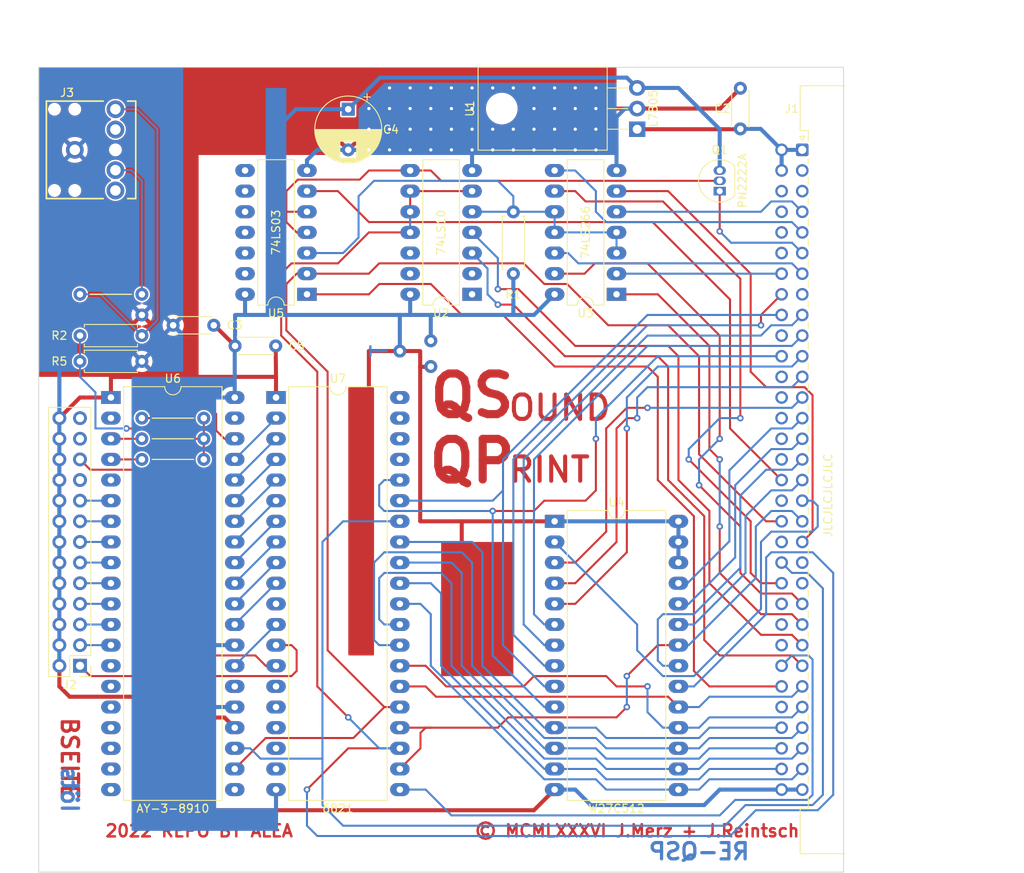
<source format=kicad_pcb>
(kicad_pcb (version 20211014) (generator pcbnew)
  (title_block (title "QSound/Qprint Interface for Sinclair QL") (company "Alvaro Alea Fdz"))
  (layers (0 "F.Cu" signal) (31 "B.Cu" signal) (34 "B.Paste" user) (35 "F.Paste" user) (36 "B.SilkS" user "B.Silkscreen") (37 "F.SilkS" user "F.Silkscreen") (38 "B.Mask" user) (39 "F.Mask" user) (44 "Edge.Cuts" user))
  (net 0 "")
  (net 1 "+9V")
  (net 2 "GND")
  (net 3 "VCC")
  (net 4 "/D3")
  (net 5 "/D4")
  (net 6 "/D5")
  (net 7 "/D6")
  (net 8 "/D7")
  (net 9 "/A19")
  (net 10 "/A18")
  (net 11 "/A17")
  (net 12 "/A16")
  (net 13 "/A14")
  (net 14 "/A13")
  (net 15 "/A12")
  (net 16 "/A11")
  (net 17 "/A10")
  (net 18 "/A9")
  (net 19 "/A8")
  (net 20 "/A7")
  (net 21 "/A6")
  (net 22 "/A5")
  (net 23 "/A4")
  (net 24 "/A3")
  (net 25 "/SP3")
  (net 26 "/VPA")
  (net 27 "/E")
  (net 28 "/RESET")
  (net 29 "/D2")
  (net 30 "/D1")
  (net 31 "/D0")
  (net 32 "/RW")
  (net 33 "/DS")
  (net 34 "/A15")
  (net 35 "/SP0")
  (net 36 "/SP1")
  (net 37 "/DSMC")
  (net 38 "/A0")
  (net 39 "/A1")
  (net 40 "/A2")
  (net 41 "/SP2")
  (net 42 "/P_Strobe")
  (net 43 "Net-(J2-Pad3)")
  (net 44 "Net-(J2-Pad5)")
  (net 45 "Net-(J2-Pad7)")
  (net 46 "Net-(J2-Pad9)")
  (net 47 "Net-(J2-Pad11)")
  (net 48 "Net-(J2-Pad13)")
  (net 49 "Net-(J2-Pad15)")
  (net 50 "Net-(J2-Pad17)")
  (net 51 "/P_Busy")
  (net 52 "Net-(Q1-Pad2)")
  (net 53 "/CS2{slash}OE")
  (net 54 "Net-(U6-Pad27)")
  (net 55 "Net-(U6-Pad29)")
  (net 56 "Net-(U6-Pad30)")
  (net 57 "Net-(U6-Pad31)")
  (net 58 "Net-(U6-Pad32)")
  (net 59 "Net-(U6-Pad33)")
  (net 60 "Net-(U6-Pad34)")
  (net 61 "Net-(U6-Pad35)")
  (net 62 "Net-(U6-Pad36)")
  (net 63 "Net-(U6-Pad37)")
  (net 64 "Net-(J3-PadS)")
  (net 91 "Net-(R2-Pad1)")
  (net 124 "Net-(J3-PadT)")
  (net 125 "Net-(R3-Pad1)")
  (net 126 "Net-(R4-Pad1)")
  (net 127 "Net-(R6-Pad1)")
  (net 128 "Net-(R1-Pad2)")
  (footprint "Package_DIP:DIP-40_W15.24mm_LongPads" (layer "F.Cu") (at 125.73 83.82)
    (fp_text reference "U7")
    (fp_text value "6821")
  )
  (footprint "Capacitor_THT:C_Disc_D4.3mm_W1.9mm_P5.00mm" (layer "F.Cu") (at 120.69 77.47)
    (fp_text reference "C5")
    (fp_text value "100n")
  )
  (footprint "Resistor_THT:R_Axial_DIN0207_L6.3mm_D2.5mm_P7.62mm_Horizontal" (layer "F.Cu") (at 109.22 79.375 180)
    (fp_text reference "R5")
    (fp_text value "1k")
  )
  (footprint "Package_TO_SOT_THT:TO-92_Inline" (layer "F.Cu") (at 180.34 58.42 90)
    (fp_text reference "Q1")
    (fp_text value "PN2222A")
  )
  (footprint "Resistor_THT:R_Axial_DIN0207_L6.3mm_D2.5mm_P7.62mm_Horizontal" (layer "F.Cu") (at 109.22 88.9)
    (fp_text reference "R4")
    (fp_text value "0")
  )
  (footprint "Resistor_THT:R_Axial_DIN0207_L6.3mm_D2.5mm_P7.62mm_Horizontal" (layer "F.Cu") (at 109.22 86.36)
    (fp_text reference "R6")
    (fp_text value "0")
  )
  (footprint "Package_DIP:DIP-14_W7.62mm_LongPads" (layer "F.Cu") (at 149.86 71.12 180)
    (fp_text reference "U2")
    (fp_text value "74LS10")
  )
  (footprint "Connector_PinHeader_2.54mm:PinHeader_2x13_P2.54mm_Vertical" (layer "F.Cu") (at 101.605 116.84 180)
    (fp_text reference "J2")
    (fp_text value "Conn_02x17_Odd_Even")
  )
  (footprint "Capacitor_THT:C_Disc_D4.3mm_W1.9mm_P5.00mm" (layer "F.Cu") (at 118.07 74.93 180)
    (fp_text reference "C3")
    (fp_text value "100n")
  )
  (footprint "Connector_PinHeader_2.54mm:PinHeader_1x01_P2.54mm_Vertical" (layer "F.Cu") (at 109.22 73.66)
    (fp_text reference "J4")
    (fp_text value "Conn_01x01_Female")
  )
  (footprint "Resistor_THT:R_Axial_DIN0207_L6.3mm_D2.5mm_P7.62mm_Horizontal" (layer "F.Cu") (at 101.6 71.12)
    (fp_text reference "R7")
    (fp_text value "0")
  )
  (footprint "Resistor_THT:R_Axial_DIN0207_L6.3mm_D2.5mm_P7.62mm_Horizontal" (layer "F.Cu") (at 101.6 76.2)
    (fp_text reference "R2")
    (fp_text value "1k")
  )
  (footprint "Resistor_THT:R_Axial_DIN0207_L6.3mm_D2.5mm_P7.62mm_Horizontal" (layer "F.Cu") (at 109.22 91.44)
    (fp_text reference "R3")
    (fp_text value "0")
  )
  (footprint "Resistor_THT:R_Axial_DIN0207_L6.3mm_D2.5mm_P7.62mm_Horizontal" (layer "F.Cu") (at 154.94 68.58 90)
    (fp_text reference "R1")
    (fp_text value "2k2")
  )
  (footprint "Package_DIP:DIP-14_W7.62mm_LongPads" (layer "F.Cu") (at 129.54 71.12 180)
    (fp_text reference "U5")
    (fp_text value "74LS03")
  )
  (footprint "8bits:AudioJack2_Ground_Switch" (layer "F.Cu") (at 100.965 53.34)
    (fp_text reference "J3")
    (fp_text value "AudioJack2_Ground_Switch" hide)
  )
  (footprint "Package_DIP:DIP-14_W7.62mm_LongPads" (layer "F.Cu") (at 167.64 71.12 180)
    (fp_text reference "U3")
    (fp_text value "74LS266")
  )
  (footprint "Capacitor_THT:C_Disc_D4.3mm_W1.9mm_P5.00mm" (layer "F.Cu") (at 182.88 50.76 90)
    (fp_text reference "C2")
    (fp_text value "100n")
  )
  (footprint "Package_TO_SOT_THT:TO-220-3_Horizontal_TabDown" (layer "F.Cu") (at 170.18 50.8 90)
    (fp_text reference "U1")
    (fp_text value "L7805")
  )
  (footprint "Package_DIP:DIP-40_W15.24mm_LongPads" (layer "F.Cu") (at 105.41 83.82)
    (fp_text reference "U6")
    (fp_text value "AY-3-8910")
  )
  (footprint "8bits:DIN41612_B_2x32_Male_Horizontal_THT" (layer "F.Cu") (at 190.5 53.34 -90)
    (fp_text reference "J1")
    (fp_text value "QL_SLOT_DIN41612_CARD")
  )
  (footprint "Capacitor_THT:CP_Radial_D8.0mm_P5.00mm" (layer "F.Cu") (at 134.62 48.34 -90)
    (fp_text reference "C4")
    (fp_text value "100uF 16V")
  )
  (footprint "Package_DIP:DIP-28_W15.24mm_LongPads" (layer "F.Cu") (at 160.02 99.06)
    (fp_text reference "U4")
    (fp_text value "W27C512")
  )
  (gr_line (start 110.49 88.9) (end 115.57 88.9) (layer "F.SilkS") (width 0.15))
  (gr_line (start 110.49 91.44) (end 115.57 91.44) (layer "F.SilkS") (width 0.15))
  (gr_line (start 102.87 71.12) (end 107.95 71.12) (layer "F.SilkS") (width 0.15))
  (gr_line (start 110.49 86.36) (end 115.57 86.36) (layer "F.SilkS") (width 0.15))
  (gr_line (start 195.58 43.18) (end 96.52 43.18) (layer "Edge.Cuts") (width 0.1))
  (gr_line (start 195.58 142.24) (end 96.52 142.24) (layer "Edge.Cuts") (width 0.1))
  (gr_line (start 195.58 43.18) (end 195.58 142.24) (layer "Edge.Cuts") (width 0.1))
  (gr_line (start 96.52 142.24) (end 96.52 43.18) (layer "Edge.Cuts") (width 0.1))
  (gr_text "© MCMLXXXVI J.Merz + J.Reintsch" (at 170.18 137.16) (layer "F.Cu") (effects (font (size 1.5 1.5) (thickness 0.3))))
  (gr_text "2022 REPO BY ALEA " (at 116.84 137.16) (layer "F.Cu") (effects (font (size 1.5 1.5) (thickness 0.3))))
  (gr_text "RINT" (at 159.385 92.71) (layer "F.Cu") (effects (font (size 3 3) (thickness 0.5))))
  (gr_text "OUND" (at 160.655 85.09) (layer "F.Cu") (effects (font (size 3 3) (thickness 0.5))))
  (gr_text "QS\nQP" (at 149.86 87.63) (layer "F.Cu") (effects (font (size 5 5) (thickness 1))))
  (gr_text "BSEITE" (at 100.33 128.27 270) (layer "F.Cu") (effects (font (size 2 2) (thickness 0.4))))
  (gr_text "Iöts" (at 100.33 132.08 -90) (layer "B.Cu") (effects (font (size 2 2) (thickness 0.4)) (justify mirror)))
  (gr_text "T" (at 138.43 78.105 90) (layer "B.Cu") (effects (font (size 2 2) (thickness 0.3)) (justify mirror)))
  (gr_text "RE-QSP" (at 177.8 139.7) (layer "B.Cu") (effects (font (size 2 2) (thickness 0.4)) (justify mirror)))
  (gr_text "JLCJLCJLCJLC" (at 193.675 95.885 90) (layer "F.SilkS") (effects (font (size 1 1))))
  (segment (start 170.18 50.8) (end 182.84 50.8) (width 0.5) (layer "F.Cu") (net 1))
  (segment (start 190.5 53.34) (end 187.96 53.34) (width 0.5) (layer "B.Cu") (net 1))
  (segment (start 187.96 55.88) (end 187.96 53.34) (width 0.5) (layer "B.Cu") (net 1))
  (segment (start 185.38 50.76) (end 187.96 53.34) (width 0.5) (layer "B.Cu") (net 1))
  (segment (start 182.88 50.76) (end 185.38 50.76) (width 0.5) (layer "B.Cu") (net 1))
  (segment (start 142.24 45.72) (end 144.78 45.72) (width 0.5) (layer "F.Cu") (net 2))
  (segment (start 111.76 71.12) (end 113.03 69.85) (width 0.5) (layer "F.Cu") (net 2))
  (segment (start 99.065 119.375) (end 99.06 119.38) (width 0.5) (layer "F.Cu") (net 2))
  (segment (start 152.4 45.72) (end 154.94 45.72) (width 0.5) (layer "F.Cu") (net 2))
  (segment (start 105.41 81.28) (end 105.41 83.82) (width 0.5) (layer "F.Cu") (net 2))
  (segment (start 182.88 45.76) (end 180.42 48.22) (width 0.5) (layer "F.Cu") (net 2))
  (segment (start 99.06 119.38) (end 100.33 120.65) (width 0.5) (layer "F.Cu") (net 2))
  (segment (start 113.07 74.93) (end 111.8 73.66) (width 0.5) (layer "F.Cu") (net 2))
  (segment (start 100.33 120.65) (end 110.49 120.65) (width 0.5) (layer "F.Cu") (net 2))
  (segment (start 139.7 45.72) (end 142.24 45.72) (width 0.5) (layer "F.Cu") (net 2))
  (segment (start 170.18 48.26) (end 180.42 48.26) (width 0.5) (layer "F.Cu") (net 2))
  (segment (start 99.065 116.84) (end 99.065 119.375) (width 0.5) (layer "F.Cu") (net 2))
  (segment (start 110.49 120.65) (end 113.05048 123.21048) (width 0.5) (layer "F.Cu") (net 2))
  (segment (start 109.22 79.375) (end 111.125 81.28) (width 0.5) (layer "F.Cu") (net 2))
  (segment (start 113.05048 123.21048) (end 119.40048 123.21048) (width 0.5) (layer "F.Cu") (net 2))
  (segment (start 147.32 45.72) (end 149.86 45.72) (width 0.5) (layer "F.Cu") (net 2))
  (segment (start 180.42 48.22) (end 180.42 48.26) (width 0.5) (layer "F.Cu") (net 2))
  (segment (start 111.76 73.66) (end 111.76 71.12) (width 0.5) (layer "F.Cu") (net 2))
  (segment (start 160.02 45.72) (end 162.56 48.26) (width 0.5) (layer "F.Cu") (net 2))
  (segment (start 149.86 45.72) (end 152.4 45.72) (width 0.5) (layer "F.Cu") (net 2))
  (segment (start 114.3 81.28) (end 125.73 81.28) (width 0.5) (layer "F.Cu") (net 2))
  (segment (start 109.22 81.28) (end 105.41 81.28) (width 0.5) (layer "F.Cu") (net 2))
  (segment (start 115.57 134.62) (end 113.03 132.08) (width 0.5) (layer "F.Cu") (net 2))
  (segment (start 111.8 73.66) (end 111.76 73.66) (width 0.5) (layer "F.Cu") (net 2))
  (segment (start 111.125 81.28) (end 113.03 81.28) (width 0.5) (layer "F.Cu") (net 2))
  (segment (start 113.03 69.85) (end 113.03 45.72) (width 0.5) (layer "F.Cu") (net 2))
  (segment (start 154.94 45.72) (end 157.48 45.72) (width 0.5) (layer "F.Cu") (net 2))
  (segment (start 160.02 132.08) (end 157.48 134.62) (width 0.5) (layer "F.Cu") (net 2))
  (segment (start 105.41 81.28) (end 110.49 81.28) (width 0.5) (layer "F.Cu") (net 2))
  (segment (start 113.03 81.28) (end 114.3 81.28) (width 0.5) (layer "F.Cu") (net 2))
  (segment (start 114.3 76.16) (end 114.3 81.28) (width 0.5) (layer "F.Cu") (net 2))
  (segment (start 144.78 45.72) (end 147.32 45.72) (width 0.5) (layer "F.Cu") (net 2))
  (segment (start 113.03 132.08) (end 113.03 123.19) (width 0.5) (layer "F.Cu") (net 2))
  (segment (start 165.1 48.26) (end 170.18 48.26) (width 0.5) (layer "F.Cu") (net 2))
  (segment (start 113.07 74.93) (end 114.3 76.16) (width 0.5) (layer "F.Cu") (net 2))
  (segment (start 125.73 81.28) (end 125.73 83.82) (width 0.5) (layer "F.Cu") (net 2))
  (segment (start 162.56 48.26) (end 165.1 48.26) (width 0.5) (layer "F.Cu") (net 2))
  (segment (start 125.73 81.28) (end 125.69 77.47) (width 0.5) (layer "F.Cu") (net 2))
  (segment (start 115.57 134.62) (end 157.48 134.62) (width 0.5) (layer "F.Cu") (net 2))
  (segment (start 113.03 45.72) (end 139.7 45.72) (width 0.5) (layer "F.Cu") (net 2))
  (segment (start 110.49 81.28) (end 111.125 81.28) (width 0.5) (layer "F.Cu") (net 2))
  (segment (start 157.48 45.72) (end 160.02 45.72) (width 0.5) (layer "F.Cu") (net 2))
  (segment (start 105.41 83.82) (end 101.6 83.82) (width 0.5) (layer "F.Cu") (net 2))
  (segment (start 101.6 83.82) (end 99.06 86.36) (width 0.5) (layer "F.Cu") (net 2))
  (segment (start 119.40048 123.21048) (end 120.65 124.46) (width 0.5) (layer "F.Cu") (net 2))
  (via (at 149.86 48.26) (size 0.8) (drill 0.4) (layers "F.Cu" "B.Cu") (net 2))
  (via (at 144.78 50.8) (size 0.8) (drill 0.4) (layers "F.Cu" "B.Cu") (net 2))
  (via (at 162.56 48.26) (size 0.8) (drill 0.4) (layers "F.Cu" "B.Cu") (net 2))
  (via (at 160.02 48.26) (size 0.8) (drill 0.4) (layers "F.Cu" "B.Cu") (net 2))
  (via (at 139.7 53.34) (size 0.8) (drill 0.4) (layers "F.Cu" "B.Cu") (net 2))
  (via (at 142.24 45.72) (size 0.8) (drill 0.4) (layers "F.Cu" "B.Cu") (net 2))
  (via (at 157.48 53.34) (size 0.8) (drill 0.4) (layers "F.Cu" "B.Cu") (net 2))
  (via (at 149.86 50.8) (size 0.8) (drill 0.4) (layers "F.Cu" "B.Cu") (net 2))
  (via (at 139.7 48.26) (size 0.8) (drill 0.4) (layers "F.Cu" "B.Cu") (net 2))
  (via (at 165.1 50.8) (size 0.8) (drill 0.4) (layers "F.Cu" "B.Cu") (net 2))
  (via (at 149.86 45.72) (size 0.8) (drill 0.4) (layers "F.Cu" "B.Cu") (net 2))
  (via (at 147.32 48.26) (size 0.8) (drill 0.4) (layers "F.Cu" "B.Cu") (net 2))
  (via (at 137.16 48.26) (size 0.8) (drill 0.4) (layers "F.Cu" "B.Cu") (net 2))
  (via (at 144.78 53.34) (size 0.8) (drill 0.4) (layers "F.Cu" "B.Cu") (net 2))
  (via (at 165.1 45.72) (size 0.8) (drill 0.4) (layers "F.Cu" "B.Cu") (net 2))
  (via (at 154.94 53.34) (size 0.8) (drill 0.4) (layers "F.Cu" "B.Cu") (net 2))
  (via (at 147.32 53.34) (size 0.8) (drill 0.4) (layers "F.Cu" "B.Cu") (net 2))
  (via (at 160.02 45.72) (size 0.8) (drill 0.4) (layers "F.Cu" "B.Cu") (net 2))
  (via (at 139.7 45.72) (size 0.8) (drill 0.4) (layers "F.Cu" "B.Cu") (net 2))
  (via (at 152.4 50.8) (size 0.8) (drill 0.4) (layers "F.Cu" "B.Cu") (net 2))
  (via (at 162.56 50.8) (size 0.8) (drill 0.4) (layers "F.Cu" "B.Cu") (net 2))
  (via (at 157.48 50.8) (size 0.8) (drill 0.4) (layers "F.Cu" "B.Cu") (net 2))
  (via (at 162.56 45.72) (size 0.8) (drill 0.4) (layers "F.Cu" "B.Cu") (net 2))
  (via (at 137.16 50.8) (size 0.8) (drill 0.4) (layers "F.Cu" "B.Cu") (net 2))
  (via (at 154.94 50.8) (size 0.8) (drill 0.4) (layers "F.Cu" "B.Cu") (net 2))
  (via (at 154.94 45.72) (size 0.8) (drill 0.4) (layers "F.Cu" "B.Cu") (net 2))
  (via (at 157.48 48.26) (size 0.8) (drill 0.4) (layers "F.Cu" "B.Cu") (net 2))
  (via (at 144.78 48.26) (size 0.8) (drill 0.4) (layers "F.Cu" "B.Cu") (net 2))
  (via (at 157.48 45.72) (size 0.8) (drill 0.4) (layers "F.Cu" "B.Cu") (net 2))
  (via (at 152.4 45.72) (size 0.8) (drill 0.4) (layers "F.Cu" "B.Cu") (net 2))
  (via (at 160.02 53.34) (size 0.8) (drill 0.4) (layers "F.Cu" "B.Cu") (net 2))
  (via (at 160.02 50.8) (size 0.8) (drill 0.4) (layers "F.Cu" "B.Cu") (net 2))
  (via (at 142.24 53.34) (size 0.8) (drill 0.4) (layers "F.Cu" "B.Cu") (net 2))
  (via (at 147.32 50.8) (size 0.8) (drill 0.4) (layers "F.Cu" "B.Cu") (net 2))
  (via (at 144.78 45.72) (size 0.8) (drill 0.4) (layers "F.Cu" "B.Cu") (net 2))
  (via (at 165.1 53.34) (size 0.8) (drill 0.4) (layers "F.Cu" "B.Cu") (net 2))
  (via (at 139.7 50.8) (size 0.8) (drill 0.4) (layers "F.Cu" "B.Cu") (net 2))
  (via (at 165.1 48.26) (size 0.8) (drill 0.4) (layers "F.Cu" "B.Cu") (net 2))
  (via (at 147.32 45.72) (size 0.8) (drill 0.4) (layers "F.Cu" "B.Cu") (net 2))
  (via (at 152.4 53.34) (size 0.8) (drill 0.4) (layers "F.Cu" "B.Cu") (net 2))
  (via (at 142.24 50.8) (size 0.8) (drill 0.4) (layers "F.Cu" "B.Cu") (net 2))
  (via (at 137.16 53.34) (size 0.8) (drill 0.4) (layers "F.Cu" "B.Cu") (net 2))
  (via (at 142.24 48.26) (size 0.8) (drill 0.4) (layers "F.Cu" "B.Cu") (net 2))
  (via (at 162.56 53.34) (size 0.8) (drill 0.4) (layers "F.Cu" "B.Cu") (net 2))
  (via (at 149.86 53.34) (size 0.8) (drill 0.4) (layers "F.Cu" "B.Cu") (net 2))
  (segment (start 99.06 56.515) (end 99.695 57.15) (width 0.5) (layer "B.Cu") (net 2))
  (segment (start 100.33 74.295) (end 99.065 73.03) (width 0.5) (layer "B.Cu") (net 2))
  (segment (start 99.065 86.36) (end 99.065 73.03) (width 0.5) (layer "B.Cu") (net 2))
  (segment (start 99.06 55.245) (end 99.06 56.515) (width 0.5) (layer "B.Cu") (net 2))
  (segment (start 167.64 53.34) (end 165.1 53.34) (width 0.5) (layer "B.Cu") (net 2))
  (segment (start 190.5 132.08) (end 187.96 132.08) (width 0.5) (layer "B.Cu") (net 2))
  (segment (start 170.18 48.26) (end 168.68 48.26) (width 0.5) (layer "B.Cu") (net 2))
  (segment (start 167.64 55.88) (end 167.64 53.975) (width 0.5) (layer "B.Cu") (net 2))
  (segment (start 165.1 53.34) (end 162.56 53.34) (width 0.5) (layer "B.Cu") (net 2))
  (segment (start 99.695 69.85) (end 99.065 70.48) (width 0.5) (layer "B.Cu") (net 2))
  (segment (start 178.435 133.985) (end 180.34 132.08) (width 0.5) (layer "B.Cu") (net 2))
  (segment (start 162.56 53.34) (end 160.02 53.34) (width 0.5) (layer "B.Cu") (net 2))
  (segment (start 99.06 86.36) (end 99.06 116.84) (width 0.5) (layer "B.Cu") (net 2))
  (segment (start 109.22 79.375) (end 104.14 74.295) (width 0.5) (layer "B.Cu") (net 2))
  (segment (start 167.64 53.975) (end 167.64 53.34) (width 0.5) (layer "B.Cu") (net 2))
  (segment (start 162.56 132.08) (end 164.465 133.985) (width 0.5) (layer "B.Cu") (net 2))
  (segment (start 180.34 132.08) (end 187.96 132.08) (width 0.5) (layer "B.Cu") (net 2))
  (segment (start 149.86 55.88) (end 149.86 53.34) (width 0.5) (layer "B.Cu") (net 2))
  (segment (start 160.02 132.08) (end 162.56 132.08) (width 0.5) (layer "B.Cu") (net 2))
  (segment (start 142.24 53.34) (end 139.7 53.34) (width 0.5) (layer "B.Cu") (net 2))
  (segment (start 152.4 53.34) (end 147.32 53.34) (width 0.5) (layer "B.Cu") (net 2))
  (segment (start 129.54 55.88) (end 129.54 54.61) (width 0.5) (layer "B.Cu") (net 2))
  (segment (start 129.54 54.61) (end 130.81 53.34) (width 0.5) (layer "B.Cu") (net 2))
  (segment (start 100.965 53.34) (end 99.06 55.245) (width 0.5) (layer "B.Cu") (net 2))
  (segment (start 160.02 53.34) (end 157.48 53.34) (width 0.5) (layer "B.Cu") (net 2))
  (segment (start 99.065 70.48) (end 99.065 73.03) (width 0.5) (layer "B.Cu") (net 2))
  (segment (start 147.32 53.34) (end 144.78 53.34) (width 0.5) (layer "B.Cu") (net 2))
  (segment (start 104.14 74.295) (end 100.33 74.295) (width 0.5) (layer "B.Cu") (net 2))
  (segment (start 164.465 133.985) (end 178.435 133.985) (width 0.5) (layer "B.Cu") (net 2))
  (segment (start 157.48 53.34) (end 154.94 53.34) (width 0.5) (layer "B.Cu") (net 2))
  (segment (start 137.16 53.34) (end 134.62 53.34) (width 0.5) (layer "B.Cu") (net 2))
  (segment (start 130.81 53.34) (end 134.62 53.34) (width 0.5) (layer "B.Cu") (net 2))
  (segment (start 139.7 53.34) (end 137.16 53.34) (width 0.5) (layer "B.Cu") (net 2))
  (segment (start 167.64 49.3) (end 167.64 53.975) (width 0.5) (layer "B.Cu") (net 2))
  (segment (start 154.94 53.34) (end 152.4 53.34) (width 0.5) (layer "B.Cu") (net 2))
  (segment (start 168.68 48.26) (end 167.64 49.3) (width 0.5) (layer "B.Cu") (net 2))
  (segment (start 144.78 53.34) (end 142.24 53.34) (width 0.5) (layer "B.Cu") (net 2))
  (segment (start 99.695 57.15) (end 99.695 69.85) (width 0.5) (layer "B.Cu") (net 2))
  (segment (start 137.16 78.105) (end 137.16 83.185) (width 0.5) (layer "F.Cu") (net 3))
  (segment (start 143.473813 80.046187) (end 144.743813 80.046187) (width 0.5) (layer "F.Cu") (net 3))
  (segment (start 143.473813 80.046187) (end 143.473813 78.141187) (width 0.5) (layer "F.Cu") (net 3))
  (segment (start 143.51 99.06) (end 160.02 99.06) (width 0.5) (layer "F.Cu") (net 3))
  (segment (start 140.97 78.105) (end 143.437626 78.105) (width 0.5) (layer "F.Cu") (net 3))
  (segment (start 140.97 78.105) (end 137.16 78.105) (width 0.5) (layer "F.Cu") (net 3))
  (segment (start 143.51 99.06) (end 143.473813 99.023813) (width 0.5) (layer "F.Cu") (net 3))
  (segment (start 118.15 74.93) (end 120.69 77.47) (width 0.5) (layer "F.Cu") (net 3))
  (segment (start 144.743813 80.046187) (end 144.78 80.01) (width 0.5) (layer "F.Cu") (net 3))
  (segment (start 143.473813 99.023813) (end 143.473813 80.046187) (width 0.5) (layer "F.Cu") (net 3))
  (segment (start 143.437626 78.105) (end 143.473813 78.141187) (width 0.5) (layer "F.Cu") (net 3))
  (segment (start 148.59 99.06) (end 148.59 102.87) (width 0.5) (layer "F.Cu") (net 3))
  (via (at 144.78 80.01) (size 1.6) (drill 0.8) (layers "F.Cu" "B.Cu") (net 3))
  (via (at 140.97 78.105) (size 1.6) (drill 0.8) (layers "F.Cu" "B.Cu") (net 3))
  (via (at 144.78 76.835) (size 1.6) (drill 0.8) (layers "F.Cu" "B.Cu") (net 3))
  (segment (start 124.46 73.66) (end 125.73 73.66) (width 0.5) (layer "B.Cu") (net 3))
  (segment (start 180.34 50.8) (end 175.26 45.72) (width 0.5) (layer "B.Cu") (net 3))
  (segment (start 175.26 99.06) (end 160.02 99.06) (width 0.5) (layer "B.Cu") (net 3))
  (segment (start 168.91 44.45) (end 138.51 44.45) (width 0.5) (layer "B.Cu") (net 3))
  (segment (start 138.51 44.45) (end 134.62 48.34) (width 0.5) (layer "B.Cu") (net 3))
  (segment (start 170.18 45.72) (end 168.91 44.45) (width 0.5) (layer "B.Cu") (net 3))
  (segment (start 144.78 73.66) (end 144.78 76.835) (width 0.5) (layer "B.Cu") (net 3))
  (segment (start 134.62 48.34) (end 128.19 48.34) (width 0.5) (layer "B.Cu") (net 3))
  (segment (start 121.92 71.12) (end 121.92 73.66) (width 0.5) (layer "B.Cu") (net 3))
  (segment (start 118.11 134.62) (end 125.73 134.62) (width 0.5) (layer "B.Cu") (net 3))
  (segment (start 154.94 73.66) (end 157.48 73.66) (width 0.5) (layer "B.Cu") (net 3))
  (segment (start 118.11 114.3) (end 118.11 121.92) (width 0.5) (layer "B.Cu") (net 3))
  (segment (start 120.65 83.82) (end 118.11 83.82) (width 0.5) (layer "B.Cu") (net 3))
  (segment (start 180.34 55.88) (end 180.34 50.8) (width 0.5) (layer "B.Cu") (net 3))
  (segment (start 120.69 73.7) (end 120.73 73.66) (width 0.5) (layer "B.Cu") (net 3))
  (segment (start 144.78 73.66) (end 154.94 73.66) (width 0.5) (layer "B.Cu") (net 3))
  (segment (start 125.73 73.66) (end 140.97 73.66) (width 0.5) (layer "B.Cu") (net 3))
  (segment (start 140.97 73.66) (end 142.24 73.66) (width 0.5) (layer "B.Cu") (net 3))
  (segment (start 142.24 71.12) (end 142.24 73.66) (width 0.5) (layer "B.Cu") (net 3))
  (segment (start 125.73 50.8) (end 125.73 73.66) (width 0.5) (layer "B.Cu") (net 3))
  (segment (start 157.48 73.66) (end 160.02 71.12) (width 0.5) (layer "B.Cu") (net 3))
  (segment (start 118.11 114.3) (end 120.65 114.3) (width 0.5) (layer "B.Cu") (net 3))
  (segment (start 118.11 83.82) (end 118.11 114.3) (width 0.5) (layer "B.Cu") (net 3))
  (segment (start 128.19 48.34) (end 125.73 50.8) (width 0.5) (layer "B.Cu") (net 3))
  (segment (start 120.65 83.82) (end 120.65 77.51) (width 0.5) (layer "B.Cu") (net 3))
  (segment (start 175.26 45.72) (end 170.18 45.72) (width 0.5) (layer "B.Cu") (net 3))
  (segment (start 175.26 104.14) (end 175.26 101.6) (width 0.5) (layer "B.Cu") (net 3))
  (segment (start 121.92 73.66) (end 124.46 73.66) (width 0.5) (layer "B.Cu") (net 3))
  (segment (start 142.24 73.66) (end 144.78 73.66) (width 0.5) (layer "B.Cu") (net 3))
  (segment (start 120.73 73.66) (end 121.92 73.66) (width 0.5) (layer "B.Cu") (net 3))
  (segment (start 120.69 77.47) (end 120.69 73.7) (width 0.5) (layer "B.Cu") (net 3))
  (segment (start 140.97 73.66) (end 140.97 78.105) (width 0.5) (layer "B.Cu") (net 3))
  (segment (start 125.73 134.62) (end 125.73 132.08) (width 0.5) (layer "B.Cu") (net 3))
  (segment (start 154.94 68.58) (end 154.94 73.66) (width 0.5) (layer "B.Cu") (net 3))
  (segment (start 175.26 101.6) (end 175.26 99.06) (width 0.5) (layer "B.Cu") (net 3))
  (segment (start 118.11 121.92) (end 120.65 121.92) (width 0.5) (layer "B.Cu") (net 3))
  (segment (start 118.11 121.92) (end 118.11 134.62) (width 0.5) (layer "B.Cu") (net 3))
  (segment (start 189.23 130.81) (end 179.07 130.81) (width 0.25) (layer "B.Cu") (net 4))
  (segment (start 143.51 109.22) (end 140.97 109.22) (width 0.25) (layer "B.Cu") (net 4))
  (segment (start 144.78 110.49) (end 143.51 109.22) (width 0.25) (layer "B.Cu") (net 4))
  (segment (start 165.1 130.81) (end 158.75 130.81) (width 0.25) (layer "B.Cu") (net 4))
  (segment (start 144.78 116.84) (end 144.78 110.49) (width 0.25) (layer "B.Cu") (net 4))
  (segment (start 175.26 132.08) (end 166.37 132.08) (width 0.25) (layer "B.Cu") (net 4))
  (segment (start 158.75 130.81) (end 144.78 116.84) (width 0.25) (layer "B.Cu") (net 4))
  (segment (start 166.37 132.08) (end 165.1 130.81) (width 0.25) (layer "B.Cu") (net 4))
  (segment (start 177.8 132.08) (end 175.26 132.08) (width 0.25) (layer "B.Cu") (net 4))
  (segment (start 190.5 129.54) (end 189.23 130.81) (width 0.25) (layer "B.Cu") (net 4))
  (segment (start 179.07 130.81) (end 177.8 132.08) (width 0.25) (layer "B.Cu") (net 4))
  (segment (start 175.26 129.54) (end 177.8 129.54) (width 0.25) (layer "B.Cu") (net 5))
  (segment (start 177.8 129.54) (end 179.07 128.27) (width 0.25) (layer "B.Cu") (net 5))
  (segment (start 189.23 128.27) (end 179.07 128.27) (width 0.25) (layer "B.Cu") (net 5))
  (segment (start 138.43 106.045) (end 138.43 111.125) (width 0.25) (layer "B.Cu") (net 5))
  (segment (start 175.26 129.54) (end 166.37 129.54) (width 0.25) (layer "B.Cu") (net 5))
  (segment (start 190.5 127) (end 189.23 128.27) (width 0.25) (layer "B.Cu") (net 5))
  (segment (start 158.75 128.27) (end 147.32 116.84) (width 0.25) (layer "B.Cu") (net 5))
  (segment (start 165.1 128.27) (end 158.75 128.27) (width 0.25) (layer "B.Cu") (net 5))
  (segment (start 147.32 106.68) (end 146.05 105.41) (width 0.25) (layer "B.Cu") (net 5))
  (segment (start 147.32 116.84) (end 147.32 106.68) (width 0.25) (layer "B.Cu") (net 5))
  (segment (start 138.43 111.125) (end 139.065 111.76) (width 0.25) (layer "B.Cu") (net 5))
  (segment (start 139.065 105.41) (end 138.43 106.045) (width 0.25) (layer "B.Cu") (net 5))
  (segment (start 146.05 105.41) (end 139.065 105.41) (width 0.25) (layer "B.Cu") (net 5))
  (segment (start 139.065 111.76) (end 140.97 111.76) (width 0.25) (layer "B.Cu") (net 5))
  (segment (start 166.37 129.54) (end 165.1 128.27) (width 0.25) (layer "B.Cu") (net 5))
  (segment (start 137.795 104.14) (end 137.795 113.665) (width 0.25) (layer "B.Cu") (net 6))
  (segment (start 190.5 124.46) (end 189.23 125.73) (width 0.25) (layer "B.Cu") (net 6))
  (segment (start 138.43 114.3) (end 140.97 114.3) (width 0.25) (layer "B.Cu") (net 6))
  (segment (start 165.1 125.73) (end 158.75 125.73) (width 0.25) (layer "B.Cu") (net 6))
  (segment (start 148.59 102.87) (end 139.065 102.87) (width 0.25) (layer "B.Cu") (net 6))
  (segment (start 137.795 113.665) (end 138.43 114.3) (width 0.25) (layer "B.Cu") (net 6))
  (segment (start 149.86 116.84) (end 149.86 104.14) (width 0.25) (layer "B.Cu") (net 6))
  (segment (start 179.07 125.73) (end 177.8 127) (width 0.25) (layer "B.Cu") (net 6))
  (segment (start 189.23 125.73) (end 179.07 125.73) (width 0.25) (layer "B.Cu") (net 6))
  (segment (start 158.75 125.73) (end 149.86 116.84) (width 0.25) (layer "B.Cu") (net 6))
  (segment (start 139.065 102.87) (end 137.795 104.14) (width 0.25) (layer "B.Cu") (net 6))
  (segment (start 166.37 127) (end 165.1 125.73) (width 0.25) (layer "B.Cu") (net 6))
  (segment (start 177.8 127) (end 175.26 127) (width 0.25) (layer "B.Cu") (net 6))
  (segment (start 175.26 127) (end 166.37 127) (width 0.25) (layer "B.Cu") (net 6))
  (segment (start 149.86 104.14) (end 148.59 102.87) (width 0.25) (layer "B.Cu") (net 6))
  (segment (start 156.21 119.38) (end 157.48 118.11) (width 0.25) (layer "F.Cu") (net 7))
  (segment (start 140.97 116.84) (end 144.145 116.84) (width 0.25) (layer "F.Cu") (net 7))
  (segment (start 157.48 118.11) (end 166.37 118.11) (width 0.25) (layer "F.Cu") (net 7))
  (segment (start 144.145 116.84) (end 146.685 119.38) (width 0.25) (layer "F.Cu") (net 7))
  (segment (start 166.37 118.11) (end 167.64 119.38) (width 0.25) (layer "F.Cu") (net 7))
  (segment (start 146.685 119.38) (end 156.21 119.38) (width 0.25) (layer "F.Cu") (net 7))
  (segment (start 167.64 119.38) (end 171.45 119.38) (width 0.25) (layer "F.Cu") (net 7))
  (via (at 171.45 119.38) (size 0.8) (drill 0.4) (layers "F.Cu" "B.Cu") (net 7))
  (segment (start 190.5 121.92) (end 189.23 123.19) (width 0.25) (layer "B.Cu") (net 7))
  (segment (start 171.45 119.38) (end 171.45 122.555) (width 0.25) (layer "B.Cu") (net 7))
  (segment (start 171.45 122.555) (end 173.355 124.46) (width 0.25) (layer "B.Cu") (net 7))
  (segment (start 173.355 124.46) (end 175.26 124.46) (width 0.25) (layer "B.Cu") (net 7))
  (segment (start 177.8 124.46) (end 175.26 124.46) (width 0.25) (layer "B.Cu") (net 7))
  (segment (start 179.07 123.19) (end 177.8 124.46) (width 0.25) (layer "B.Cu") (net 7))
  (segment (start 189.23 123.19) (end 179.07 123.19) (width 0.25) (layer "B.Cu") (net 7))
  (segment (start 140.97 119.38) (end 144.145 119.38) (width 0.25) (layer "F.Cu") (net 8))
  (segment (start 144.145 119.38) (end 145.415 120.65) (width 0.25) (layer "F.Cu") (net 8))
  (segment (start 173.99 120.65) (end 175.26 121.92) (width 0.25) (layer "F.Cu") (net 8))
  (segment (start 145.415 120.65) (end 173.99 120.65) (width 0.25) (layer "F.Cu") (net 8))
  (segment (start 189.23 120.65) (end 190.5 119.38) (width 0.25) (layer "B.Cu") (net 8))
  (segment (start 175.26 121.92) (end 177.8 121.92) (width 0.25) (layer "B.Cu") (net 8))
  (segment (start 179.07 120.65) (end 189.23 120.65) (width 0.25) (layer "B.Cu") (net 8))
  (segment (start 177.8 121.92) (end 179.07 120.65) (width 0.25) (layer "B.Cu") (net 8))
  (segment (start 161.29 78.74) (end 172.72 78.74) (width 0.25) (layer "F.Cu") (net 9))
  (segment (start 178.435 113.665) (end 180.34 115.57) (width 0.25) (layer "F.Cu") (net 9))
  (segment (start 172.72 78.74) (end 173.99 80.01) (width 0.25) (layer "F.Cu") (net 9))
  (segment (start 189.23 115.57) (end 190.5 116.84) (width 0.25) (layer "F.Cu") (net 9))
  (segment (start 173.99 80.01) (end 173.99 93.98) (width 0.25) (layer "F.Cu") (net 9))
  (segment (start 178.435 98.425) (end 178.435 113.665) (width 0.25) (layer "F.Cu") (net 9))
  (segment (start 153.035 72.39) (end 154.94 72.39) (width 0.25) (layer "F.Cu") (net 9))
  (segment (start 154.94 72.39) (end 161.29 78.74) (width 0.25) (layer "F.Cu") (net 9))
  (segment (start 173.99 93.98) (end 178.435 98.425) (width 0.25) (layer "F.Cu") (net 9))
  (segment (start 180.34 115.57) (end 189.23 115.57) (width 0.25) (layer "F.Cu") (net 9))
  (via (at 153.035 72.39) (size 0.8) (drill 0.4) (layers "F.Cu" "B.Cu") (net 9))
  (segment (start 151.765 71.12) (end 153.035 72.39) (width 0.25) (layer "B.Cu") (net 9))
  (segment (start 151.765 67.945) (end 151.765 71.12) (width 0.25) (layer "B.Cu") (net 9))
  (segment (start 149.86 66.04) (end 151.765 67.945) (width 0.25) (layer "B.Cu") (net 9))
  (segment (start 189.23 113.03) (end 190.5 114.3) (width 0.25) (layer "F.Cu") (net 10))
  (segment (start 155.575 70.485) (end 162.56 77.47) (width 0.25) (layer "F.Cu") (net 10))
  (segment (start 179.07 97.79) (end 179.07 106.68) (width 0.25) (layer "F.Cu") (net 10))
  (segment (start 175.26 78.74) (end 175.26 93.98) (width 0.25) (layer "F.Cu") (net 10))
  (segment (start 179.07 106.68) (end 185.42 113.03) (width 0.25) (layer "F.Cu") (net 10))
  (segment (start 162.56 77.47) (end 173.99 77.47) (width 0.25) (layer "F.Cu") (net 10))
  (segment (start 175.26 93.98) (end 179.07 97.79) (width 0.25) (layer "F.Cu") (net 10))
  (segment (start 173.99 77.47) (end 175.26 78.74) (width 0.25) (layer "F.Cu") (net 10))
  (segment (start 185.42 113.03) (end 189.23 113.03) (width 0.25) (layer "F.Cu") (net 10))
  (segment (start 153.035 70.485) (end 155.575 70.485) (width 0.25) (layer "F.Cu") (net 10))
  (via (at 153.035 70.485) (size 0.8) (drill 0.4) (layers "F.Cu" "B.Cu") (net 10))
  (segment (start 153.035 70.485) (end 153.035 66.675) (width 0.25) (layer "B.Cu") (net 10))
  (segment (start 153.035 66.675) (end 149.86 63.5) (width 0.25) (layer "B.Cu") (net 10))
  (segment (start 180.34 91.44) (end 179.07 90.17) (width 0.25) (layer "F.Cu") (net 11))
  (segment (start 180.34 99.695) (end 180.34 105.41) (width 0.25) (layer "F.Cu") (net 11))
  (segment (start 185.42 110.49) (end 189.23 110.49) (width 0.25) (layer "F.Cu") (net 11))
  (segment (start 180.34 105.41) (end 185.42 110.49) (width 0.25) (layer "F.Cu") (net 11))
  (segment (start 189.23 110.49) (end 190.5 111.76) (width 0.25) (layer "F.Cu") (net 11))
  (segment (start 179.07 77.47) (end 172.72 71.12) (width 0.25) (layer "F.Cu") (net 11))
  (segment (start 172.72 71.12) (end 167.64 71.12) (width 0.25) (layer "F.Cu") (net 11))
  (segment (start 179.07 90.17) (end 179.07 77.47) (width 0.25) (layer "F.Cu") (net 11))
  (via (at 180.34 99.695) (size 0.8) (drill 0.4) (layers "F.Cu" "B.Cu") (net 11))
  (via (at 180.34 91.44) (size 0.8) (drill 0.4) (layers "F.Cu" "B.Cu") (net 11))
  (segment (start 180.34 91.44) (end 180.34 99.695) (width 0.25) (layer "B.Cu") (net 11))
  (segment (start 177.8 94.615) (end 182.88 99.695) (width 0.25) (layer "F.Cu") (net 12))
  (segment (start 185.42 107.95) (end 189.23 107.95) (width 0.25) (layer "F.Cu") (net 12))
  (segment (start 180.34 76.2) (end 171.45 67.31) (width 0.25) (layer "F.Cu") (net 12))
  (segment (start 163.703 68.58) (end 160.02 68.58) (width 0.25) (layer "F.Cu") (net 12))
  (segment (start 182.88 99.695) (end 182.88 105.41) (width 0.25) (layer "F.Cu") (net 12))
  (segment (start 180.34 88.9) (end 180.34 76.2) (width 0.25) (layer "F.Cu") (net 12))
  (segment (start 164.973 67.31) (end 163.703 68.58) (width 0.25) (layer "F.Cu") (net 12))
  (segment (start 189.23 107.95) (end 190.5 109.22) (width 0.25) (layer "F.Cu") (net 12))
  (segment (start 182.88 105.41) (end 185.42 107.95) (width 0.25) (layer "F.Cu") (net 12))
  (segment (start 171.45 67.31) (end 164.973 67.31) (width 0.25) (layer "F.Cu") (net 12))
  (via (at 180.34 88.9) (size 0.8) (drill 0.4) (layers "F.Cu" "B.Cu") (net 12))
  (via (at 177.8 94.615) (size 0.8) (drill 0.4) (layers "F.Cu" "B.Cu") (net 12))
  (segment (start 177.8 91.44) (end 177.8 94.615) (width 0.25) (layer "B.Cu") (net 12))
  (segment (start 180.34 88.9) (end 177.8 91.44) (width 0.25) (layer "B.Cu") (net 12))
  (segment (start 173.99 58.42) (end 167.64 58.42) (width 0.25) (layer "F.Cu") (net 13))
  (segment (start 191.77 83.535056) (end 190.784944 82.55) (width 0.25) (layer "F.Cu") (net 13))
  (segment (start 191.77 100.33) (end 191.77 83.535056) (width 0.25) (layer "F.Cu") (net 13))
  (segment (start 190.5 101.6) (end 191.77 100.33) (width 0.25) (layer "F.Cu") (net 13))
  (segment (start 184.15 80.645) (end 184.15 68.58) (width 0.25) (layer "F.Cu") (net 13))
  (segment (start 190.784944 82.55) (end 186.055 82.55) (width 0.25) (layer "F.Cu") (net 13))
  (segment (start 184.15 68.58) (end 173.99 58.42) (width 0.25) (layer "F.Cu") (net 13))
  (segment (start 186.055 82.55) (end 184.15 80.645) (width 0.25) (layer "F.Cu") (net 13))
  (segment (start 168.91 121.92) (end 167.64 123.19) (width 0.25) (layer "F.Cu") (net 14))
  (segment (start 140.97 124.46) (end 144.78 124.46) (width 0.25) (layer "F.Cu") (net 14))
  (segment (start 172.72 114.3) (end 168.91 118.11) (width 0.25) (layer "F.Cu") (net 14))
  (segment (start 153.035 124.46) (end 144.78 124.46) (width 0.25) (layer "F.Cu") (net 14))
  (segment (start 143.51 127) (end 143.51 125.095) (width 0.25) (layer "F.Cu") (net 14))
  (segment (start 167.64 123.19) (end 154.305 123.19) (width 0.25) (layer "F.Cu") (net 14))
  (segment (start 140.97 129.54) (end 143.51 127) (width 0.25) (layer "F.Cu") (net 14))
  (segment (start 143.51 125.095) (end 144.145 124.46) (width 0.25) (layer "F.Cu") (net 14))
  (segment (start 144.78 124.46) (end 144.145 124.46) (width 0.25) (layer "F.Cu") (net 14))
  (segment (start 154.305 123.19) (end 153.035 124.46) (width 0.25) (layer "F.Cu") (net 14))
  (segment (start 175.26 114.3) (end 172.72 114.3) (width 0.25) (layer "F.Cu") (net 14))
  (via (at 168.91 118.11) (size 0.8) (drill 0.4) (layers "F.Cu" "B.Cu") (net 14))
  (via (at 168.91 121.92) (size 0.8) (drill 0.4) (layers "F.Cu" "B.Cu") (net 14))
  (segment (start 190.5 99.06) (end 189.23 97.79) (width 0.25) (layer "B.Cu") (net 14))
  (segment (start 168.91 118.11) (end 168.91 121.92) (width 0.25) (layer "B.Cu") (net 14))
  (segment (start 189.23 97.79) (end 186.69 97.79) (width 0.25) (layer "B.Cu") (net 14))
  (segment (start 186.69 97.79) (end 184.785 99.695) (width 0.25) (layer "B.Cu") (net 14))
  (segment (start 175.26 114.3) (end 176.53 114.3) (width 0.25) (layer "B.Cu") (net 14))
  (segment (start 176.53 114.3) (end 184.785 106.045) (width 0.25) (layer "B.Cu") (net 14))
  (segment (start 184.785 106.045) (end 184.785 99.695) (width 0.25) (layer "B.Cu") (net 14))
  (segment (start 186.69 100.33) (end 191.77 100.33) (width 0.25) (layer "B.Cu") (net 15))
  (segment (start 191.77 100.33) (end 192.405 99.695) (width 0.25) (layer "B.Cu") (net 15))
  (segment (start 170.18 111.76) (end 170.18 114.935) (width 0.25) (layer "B.Cu") (net 15))
  (segment (start 191.77 96.52) (end 190.5 96.52) (width 0.25) (layer "B.Cu") (net 15))
  (segment (start 170.18 114.935) (end 173.355 118.11) (width 0.25) (layer "B.Cu") (net 15))
  (segment (start 192.405 97.155) (end 191.77 96.52) (width 0.25) (layer "B.Cu") (net 15))
  (segment (start 186.69 100.33) (end 185.42 101.6) (width 0.25) (layer "B.Cu") (net 15))
  (segment (start 185.42 101.6) (end 185.42 109.855) (width 0.25) (layer "B.Cu") (net 15))
  (segment (start 160.02 101.6) (end 170.18 111.76) (width 0.25) (layer "B.Cu") (net 15))
  (segment (start 192.405 99.695) (end 192.405 97.155) (width 0.25) (layer "B.Cu") (net 15))
  (segment (start 177.165 118.11) (end 185.42 109.855) (width 0.25) (layer "B.Cu") (net 15))
  (segment (start 173.355 118.11) (end 177.165 118.11) (width 0.25) (layer "B.Cu") (net 15))
  (segment (start 189.23 95.25) (end 190.5 93.98) (width 0.25) (layer "B.Cu") (net 16))
  (segment (start 186.69 95.25) (end 189.23 95.25) (width 0.25) (layer "B.Cu") (net 16))
  (segment (start 183.515 105.41) (end 183.515 98.425) (width 0.25) (layer "B.Cu") (net 16))
  (segment (start 183.515 98.425) (end 186.69 95.25) (width 0.25) (layer "B.Cu") (net 16))
  (segment (start 177.165 111.76) (end 183.515 105.41) (width 0.25) (layer "B.Cu") (net 16))
  (segment (start 175.26 111.76) (end 177.165 111.76) (width 0.25) (layer "B.Cu") (net 16))
  (segment (start 182.88 95.885) (end 186.055 92.71) (width 0.25) (layer "B.Cu") (net 17))
  (segment (start 172.72 111.125) (end 173.355 110.49) (width 0.25) (layer "B.Cu") (net 17))
  (segment (start 182.88 104.775) (end 182.88 95.885) (width 0.25) (layer "B.Cu") (net 17))
  (segment (start 189.23 92.71) (end 190.5 91.44) (width 0.25) (layer "B.Cu") (net 17))
  (segment (start 175.26 116.84) (end 173.355 116.84) (width 0.25) (layer "B.Cu") (net 17))
  (segment (start 177.165 110.49) (end 182.88 104.775) (width 0.25) (layer "B.Cu") (net 17))
  (segment (start 172.72 116.205) (end 172.72 111.125) (width 0.25) (layer "B.Cu") (net 17))
  (segment (start 186.055 92.71) (end 189.23 92.71) (width 0.25) (layer "B.Cu") (net 17))
  (segment (start 173.355 110.49) (end 177.165 110.49) (width 0.25) (layer "B.Cu") (net 17))
  (segment (start 173.355 116.84) (end 172.72 116.205) (width 0.25) (layer "B.Cu") (net 17))
  (segment (start 182.245 94.615) (end 186.69 90.17) (width 0.25) (layer "B.Cu") (net 18))
  (segment (start 189.23 90.17) (end 190.5 88.9) (width 0.25) (layer "B.Cu") (net 18))
  (segment (start 175.26 109.22) (end 176.53 109.22) (width 0.25) (layer "B.Cu") (net 18))
  (segment (start 186.69 90.17) (end 189.23 90.17) (width 0.25) (layer "B.Cu") (net 18))
  (segment (start 176.53 109.22) (end 182.245 103.505) (width 0.25) (layer "B.Cu") (net 18))
  (segment (start 182.245 103.505) (end 182.245 94.615) (width 0.25) (layer "B.Cu") (net 18))
  (segment (start 175.26 106.68) (end 176.37288 106.68) (width 0.25) (layer "B.Cu") (net 19))
  (segment (start 186.69 87.63) (end 181.53144 92.78856) (width 0.25) (layer "B.Cu") (net 19))
  (segment (start 190.5 86.36) (end 189.23 87.63) (width 0.25) (layer "B.Cu") (net 19))
  (segment (start 189.23 87.63) (end 186.69 87.63) (width 0.25) (layer "B.Cu") (net 19))
  (segment (start 181.53144 92.78856) (end 181.53144 101.52144) (width 0.25) (layer "B.Cu") (net 19))
  (segment (start 176.37288 106.68) (end 181.53144 101.52144) (width 0.25) (layer "B.Cu") (net 19))
  (segment (start 166.37 100.33) (end 166.37 87.63) (width 0.25) (layer "F.Cu") (net 20))
  (segment (start 160.02 104.14) (end 162.56 104.14) (width 0.25) (layer "F.Cu") (net 20))
  (segment (start 166.37 87.63) (end 168.91 85.09) (width 0.25) (layer "F.Cu") (net 20))
  (segment (start 162.56 104.14) (end 166.37 100.33) (width 0.25) (layer "F.Cu") (net 20))
  (segment (start 168.91 85.09) (end 171.45 85.09) (width 0.25) (layer "F.Cu") (net 20))
  (via (at 171.45 85.09) (size 0.8) (drill 0.4) (layers "F.Cu" "B.Cu") (net 20))
  (segment (start 171.45 85.09) (end 189.23 85.09) (width 0.25) (layer "B.Cu") (net 20))
  (segment (start 189.23 85.09) (end 190.5 83.82) (width 0.25) (layer "B.Cu") (net 20))
  (segment (start 160.02 106.68) (end 162.56 106.68) (width 0.25) (layer "F.Cu") (net 21))
  (segment (start 167.64 87.63) (end 168.91 86.36) (width 0.25) (layer "F.Cu") (net 21))
  (segment (start 167.64 101.6) (end 167.64 87.63) (width 0.25) (layer "F.Cu") (net 21))
  (segment (start 168.91 86.36) (end 170.18 86.36) (width 0.25) (layer "F.Cu") (net 21))
  (segment (start 162.56 106.68) (end 167.64 101.6) (width 0.25) (layer "F.Cu") (net 21))
  (via (at 170.18 86.36) (size 0.8) (drill 0.4) (layers "F.Cu" "B.Cu") (net 21))
  (segment (start 170.18 86.36) (end 170.18 83.82) (width 0.25) (layer "B.Cu") (net 21))
  (segment (start 189.23 82.55) (end 190.5 81.28) (width 0.25) (layer "B.Cu") (net 21))
  (segment (start 171.45 82.55) (end 189.23 82.55) (width 0.25) (layer "B.Cu") (net 21))
  (segment (start 170.18 83.82) (end 171.45 82.55) (width 0.25) (layer "B.Cu") (net 21))
  (segment (start 168.91 87.63) (end 168.91 102.87) (width 0.25) (layer "F.Cu") (net 22))
  (segment (start 168.91 102.87) (end 162.56 109.22) (width 0.25) (layer "F.Cu") (net 22))
  (segment (start 162.56 109.22) (end 160.02 109.22) (width 0.25) (layer "F.Cu") (net 22))
  (via (at 168.91 87.63) (size 0.8) (drill 0.4) (layers "F.Cu" "B.Cu") (net 22))
  (segment (start 168.91 87.63) (end 168.91 83.82) (width 0.25) (layer "B.Cu") (net 22))
  (segment (start 172.72 80.01) (end 189.23 80.01) (width 0.25) (layer "B.Cu") (net 22))
  (segment (start 168.91 83.82) (end 172.72 80.01) (width 0.25) (layer "B.Cu") (net 22))
  (segment (start 189.23 80.01) (end 190.5 78.74) (width 0.25) (layer "B.Cu") (net 22))
  (segment (start 160.02 111.76) (end 158.75 111.76) (width 0.25) (layer "B.Cu") (net 23))
  (segment (start 157.48 91.44) (end 171.45 77.47) (width 0.25) (layer "B.Cu") (net 23))
  (segment (start 157.48 110.49) (end 157.48 91.44) (width 0.25) (layer "B.Cu") (net 23))
  (segment (start 189.23 77.47) (end 190.5 76.2) (width 0.25) (layer "B.Cu") (net 23))
  (segment (start 171.45 77.47) (end 189.23 77.47) (width 0.25) (layer "B.Cu") (net 23))
  (segment (start 158.75 111.76) (end 157.48 110.49) (width 0.25) (layer "B.Cu") (net 23))
  (segment (start 189.23 74.93) (end 190.5 73.66) (width 0.25) (layer "B.Cu") (net 24))
  (segment (start 160.02 114.3) (end 158.75 114.3) (width 0.25) (layer "B.Cu") (net 24))
  (segment (start 156.21 91.44) (end 171.45 76.2) (width 0.25) (layer "B.Cu") (net 24))
  (segment (start 171.45 76.2) (end 185.42 76.2) (width 0.25) (layer "B.Cu") (net 24))
  (segment (start 186.69 74.93) (end 189.23 74.93) (width 0.25) (layer "B.Cu") (net 24))
  (segment (start 185.42 76.2) (end 186.69 74.93) (width 0.25) (layer "B.Cu") (net 24))
  (segment (start 156.21 111.76) (end 156.21 91.44) (width 0.25) (layer "B.Cu") (net 24))
  (segment (start 158.75 114.3) (end 156.21 111.76) (width 0.25) (layer "B.Cu") (net 24))
  (segment (start 167.64 68.58) (end 187.96 68.58) (width 0.25) (layer "B.Cu") (net 25))
  (segment (start 172.085 62.23) (end 181.61 71.755) (width 0.25) (layer "F.Cu") (net 26))
  (segment (start 137.16 62.23) (end 172.085 62.23) (width 0.25) (layer "F.Cu") (net 26))
  (segment (start 181.61 87.63) (end 187.96 93.98) (width 0.25) (layer "F.Cu") (net 26))
  (segment (start 133.35 58.42) (end 137.16 62.23) (width 0.25) (layer "F.Cu") (net 26))
  (segment (start 181.61 71.755) (end 181.61 87.63) (width 0.25) (layer "F.Cu") (net 26))
  (segment (start 129.54 58.42) (end 133.35 58.42) (width 0.25) (layer "F.Cu") (net 26))
  (segment (start 127 75.565) (end 132.08 80.645) (width 0.25) (layer "F.Cu") (net 27))
  (segment (start 166.624 74.93) (end 161.544 69.85) (width 0.25) (layer "F.Cu") (net 27))
  (segment (start 173.99 74.93) (end 166.624 74.93) (width 0.25) (layer "F.Cu") (net 27))
  (segment (start 139.065 121.92) (end 135.255 125.73) (width 0.25) (layer "F.Cu") (net 27))
  (segment (start 135.255 125.73) (end 124.46 125.73) (width 0.25) (layer "F.Cu") (net 27))
  (segment (start 177.8 78.74) (end 173.99 74.93) (width 0.25) (layer "F.Cu") (net 27))
  (segment (start 132.08 80.645) (end 132.08 114.935) (width 0.25) (layer "F.Cu") (net 27))
  (segment (start 187.96 99.06) (end 186.055 99.06) (width 0.25) (layer "F.Cu") (net 27))
  (segment (start 127 69.85) (end 127 75.565) (width 0.25) (layer "F.Cu") (net 27))
  (segment (start 186.055 99.06) (end 177.8 90.805) (width 0.25) (layer "F.Cu") (net 27))
  (segment (start 138.43 67.31) (end 137.16 68.58) (width 0.25) (layer "F.Cu") (net 27))
  (segment (start 158.75 69.85) (end 156.21 67.31) (width 0.25) (layer "F.Cu") (net 27))
  (segment (start 128.27 68.58) (end 127 69.85) (width 0.25) (layer "F.Cu") (net 27))
  (segment (start 137.16 68.58) (end 129.54 68.58) (width 0.25) (layer "F.Cu") (net 27))
  (segment (start 177.8 90.805) (end 177.8 78.74) (width 0.25) (layer "F.Cu") (net 27))
  (segment (start 129.54 68.58) (end 128.27 68.58) (width 0.25) (layer "F.Cu") (net 27))
  (segment (start 140.97 121.92) (end 139.065 121.92) (width 0.25) (layer "F.Cu") (net 27))
  (segment (start 132.08 114.935) (end 139.065 121.92) (width 0.25) (layer "F.Cu") (net 27))
  (segment (start 161.544 69.85) (end 158.75 69.85) (width 0.25) (layer "F.Cu") (net 27))
  (segment (start 156.21 67.31) (end 138.43 67.31) (width 0.25) (layer "F.Cu") (net 27))
  (segment (start 124.46 125.73) (end 120.65 129.54) (width 0.25) (layer "F.Cu") (net 27))
  (segment (start 131.445 133.985) (end 131.445 101.6) (width 0.25) (layer "B.Cu") (net 28))
  (segment (start 122.555 127) (end 123.825 128.27) (width 0.25) (layer "B.Cu") (net 28))
  (segment (start 189.23 105.41) (end 187.96 104.14) (width 0.25) (layer "B.Cu") (net 28))
  (segment (start 120.65 127) (end 122.555 127) (width 0.25) (layer "B.Cu") (net 28))
  (segment (start 131.445 133.985) (end 133.985 136.525) (width 0.25) (layer "B.Cu") (net 28))
  (segment (start 193.04 107.315) (end 191.135 105.41) (width 0.25) (layer "B.Cu") (net 28))
  (segment (start 123.825 128.27) (end 131.445 128.27) (width 0.25) (layer "B.Cu") (net 28))
  (segment (start 193.04 132.715) (end 193.04 107.315) (width 0.25) (layer "B.Cu") (net 28))
  (segment (start 180.975 136.525) (end 183.515 133.985) (width 0.25) (layer "B.Cu") (net 28))
  (segment (start 133.985 136.525) (end 180.975 136.525) (width 0.25) (layer "B.Cu") (net 28))
  (segment (start 133.985 99.06) (end 140.97 99.06) (width 0.25) (layer "B.Cu") (net 28))
  (segment (start 183.515 133.985) (end 191.77 133.985) (width 0.25) (layer "B.Cu") (net 28))
  (segment (start 131.445 101.6) (end 133.985 99.06) (width 0.25) (layer "B.Cu") (net 28))
  (segment (start 191.135 105.41) (end 189.23 105.41) (width 0.25) (layer "B.Cu") (net 28))
  (segment (start 191.77 133.985) (end 193.04 132.715) (width 0.25) (layer "B.Cu") (net 28))
  (segment (start 158.75 129.54) (end 160.02 129.54) (width 0.25) (layer "B.Cu") (net 29))
  (segment (start 144.78 106.68) (end 146.05 107.95) (width 0.25) (layer "B.Cu") (net 29))
  (segment (start 166.37 130.81) (end 165.1 129.54) (width 0.25) (layer "B.Cu") (net 29))
  (segment (start 177.8 130.81) (end 166.37 130.81) (width 0.25) (layer "B.Cu") (net 29))
  (segment (start 165.1 129.54) (end 160.02 129.54) (width 0.25) (layer "B.Cu") (net 29))
  (segment (start 179.07 129.54) (end 177.8 130.81) (width 0.25) (layer "B.Cu") (net 29))
  (segment (start 146.05 107.95) (end 146.05 116.84) (width 0.25) (layer "B.Cu") (net 29))
  (segment (start 187.96 129.54) (end 179.07 129.54) (width 0.25) (layer "B.Cu") (net 29))
  (segment (start 146.05 116.84) (end 158.75 129.54) (width 0.25) (layer "B.Cu") (net 29))
  (segment (start 140.97 106.68) (end 144.78 106.68) (width 0.25) (layer "B.Cu") (net 29))
  (segment (start 165.1 127) (end 160.02 127) (width 0.25) (layer "B.Cu") (net 30))
  (segment (start 166.37 128.27) (end 165.1 127) (width 0.25) (layer "B.Cu") (net 30))
  (segment (start 160.02 127) (end 158.75 127) (width 0.25) (layer "B.Cu") (net 30))
  (segment (start 148.59 105.41) (end 147.32 104.14) (width 0.25) (layer "B.Cu") (net 30))
  (segment (start 158.75 127) (end 148.59 116.84) (width 0.25) (layer "B.Cu") (net 30))
  (segment (start 187.96 127) (end 179.07 127) (width 0.25) (layer "B.Cu") (net 30))
  (segment (start 179.07 127) (end 177.8 128.27) (width 0.25) (layer "B.Cu") (net 30))
  (segment (start 148.59 116.84) (end 148.59 105.41) (width 0.25) (layer "B.Cu") (net 30))
  (segment (start 147.32 104.14) (end 140.97 104.14) (width 0.25) (layer "B.Cu") (net 30))
  (segment (start 177.8 128.27) (end 166.37 128.27) (width 0.25) (layer "B.Cu") (net 30))
  (segment (start 179.07 124.46) (end 177.8 125.73) (width 0.25) (layer "B.Cu") (net 31))
  (segment (start 166.37 125.73) (end 165.1 124.46) (width 0.25) (layer "B.Cu") (net 31))
  (segment (start 149.86 101.6) (end 151.13 102.87) (width 0.25) (layer "B.Cu") (net 31))
  (segment (start 151.13 116.84) (end 158.75 124.46) (width 0.25) (layer "B.Cu") (net 31))
  (segment (start 158.75 124.46) (end 160.02 124.46) (width 0.25) (layer "B.Cu") (net 31))
  (segment (start 187.96 124.46) (end 179.07 124.46) (width 0.25) (layer "B.Cu") (net 31))
  (segment (start 177.8 125.73) (end 166.37 125.73) (width 0.25) (layer "B.Cu") (net 31))
  (segment (start 140.97 101.6) (end 149.86 101.6) (width 0.25) (layer "B.Cu") (net 31))
  (segment (start 151.13 102.87) (end 151.13 116.84) (width 0.25) (layer "B.Cu") (net 31))
  (segment (start 165.1 124.46) (end 160.02 124.46) (width 0.25) (layer "B.Cu") (net 31))
  (segment (start 140.97 132.08) (end 144.145 132.08) (width 0.25) (layer "B.Cu") (net 32))
  (segment (start 191.135 133.35) (end 191.77 132.715) (width 0.25) (layer "B.Cu") (net 32))
  (segment (start 191.262 115.57) (end 189.23 115.57) (width 0.25) (layer "B.Cu") (net 32))
  (segment (start 144.145 132.08) (end 147.32 135.255) (width 0.25) (layer "B.Cu") (net 32))
  (segment (start 191.77 116.078) (end 191.262 115.57) (width 0.25) (layer "B.Cu") (net 32))
  (segment (start 180.34 135.255) (end 182.245 133.35) (width 0.25) (layer "B.Cu") (net 32))
  (segment (start 182.245 133.35) (end 191.135 133.35) (width 0.25) (layer "B.Cu") (net 32))
  (segment (start 191.77 132.715) (end 191.77 116.078) (width 0.25) (layer "B.Cu") (net 32))
  (segment (start 189.23 115.57) (end 187.96 116.84) (width 0.25) (layer "B.Cu") (net 32))
  (segment (start 147.32 135.255) (end 180.34 135.255) (width 0.25) (layer "B.Cu") (net 32))
  (segment (start 160.02 80.01) (end 171.45 80.01) (width 0.25) (layer "F.Cu") (net 33))
  (segment (start 172.72 81.28) (end 172.72 93.98) (width 0.25) (layer "F.Cu") (net 33))
  (segment (start 138.43 69.85) (end 144.78 69.85) (width 0.25) (layer "F.Cu") (net 33))
  (segment (start 177.165 98.425) (end 177.165 117.475) (width 0.25) (layer "F.Cu") (net 33))
  (segment (start 148.59 73.66) (end 153.67 73.66) (width 0.25) (layer "F.Cu") (net 33))
  (segment (start 171.45 80.01) (end 172.72 81.28) (width 0.25) (layer "F.Cu") (net 33))
  (segment (start 137.16 71.12) (end 138.43 69.85) (width 0.25) (layer "F.Cu") (net 33))
  (segment (start 153.67 73.66) (end 160.02 80.01) (width 0.25) (layer "F.Cu") (net 33))
  (segment (start 172.72 93.98) (end 177.165 98.425) (width 0.25) (layer "F.Cu") (net 33))
  (segment (start 177.165 117.475) (end 179.07 119.38) (width 0.25) (layer "F.Cu") (net 33))
  (segment (start 144.78 69.85) (end 148.59 73.66) (width 0.25) (layer "F.Cu") (net 33))
  (segment (start 129.54 71.12) (end 137.16 71.12) (width 0.25) (layer "F.Cu") (net 33))
  (segment (start 179.07 119.38) (end 187.96 119.38) (width 0.25) (layer "F.Cu") (net 33))
  (segment (start 184.15 105.41) (end 185.42 106.68) (width 0.25) (layer "F.Cu") (net 34))
  (segment (start 185.42 106.68) (end 187.96 106.68) (width 0.25) (layer "F.Cu") (net 34))
  (segment (start 173.355 59.69) (end 163.83 59.69) (width 0.25) (layer "F.Cu") (net 34))
  (segment (start 162.56 58.42) (end 160.02 58.42) (width 0.25) (layer "F.Cu") (net 34))
  (segment (start 176.53 91.44) (end 184.15 99.06) (width 0.25) (layer "F.Cu") (net 34))
  (segment (start 182.88 86.36) (end 182.88 69.215) (width 0.25) (layer "F.Cu") (net 34))
  (segment (start 184.15 99.06) (end 184.15 105.41) (width 0.25) (layer "F.Cu") (net 34))
  (segment (start 163.83 59.69) (end 162.56 58.42) (width 0.25) (layer "F.Cu") (net 34))
  (segment (start 182.88 69.215) (end 173.355 59.69) (width 0.25) (layer "F.Cu") (net 34))
  (via (at 182.88 86.36) (size 0.8) (drill 0.4) (layers "F.Cu" "B.Cu") (net 34))
  (via (at 176.53 91.44) (size 0.8) (drill 0.4) (layers "F.Cu" "B.Cu") (net 34))
  (segment (start 180.34 86.36) (end 182.88 86.36) (width 0.25) (layer "B.Cu") (net 34))
  (segment (start 176.53 91.44) (end 176.53 90.17) (width 0.25) (layer "B.Cu") (net 34))
  (segment (start 176.53 90.17) (end 180.34 86.36) (width 0.25) (layer "B.Cu") (net 34))
  (segment (start 185.42 60.96) (end 167.64 60.96) (width 0.25) (layer "B.Cu") (net 35))
  (segment (start 190.5 60.96) (end 189.23 59.69) (width 0.25) (layer "B.Cu") (net 35))
  (segment (start 186.69 59.69) (end 185.42 60.96) (width 0.25) (layer "B.Cu") (net 35))
  (segment (start 189.23 59.69) (end 186.69 59.69) (width 0.25) (layer "B.Cu") (net 35))
  (segment (start 162.56 55.88) (end 165.1 58.42) (width 0.25) (layer "B.Cu") (net 36))
  (segment (start 160.02 55.88) (end 162.56 55.88) (width 0.25) (layer "B.Cu") (net 36))
  (segment (start 166.37 62.23) (end 189.23 62.23) (width 0.25) (layer "B.Cu") (net 36))
  (segment (start 165.1 58.42) (end 165.1 60.96) (width 0.25) (layer "B.Cu") (net 36))
  (segment (start 189.23 62.23) (end 190.5 63.5) (width 0.25) (layer "B.Cu") (net 36))
  (segment (start 165.1 60.96) (end 166.37 62.23) (width 0.25) (layer "B.Cu") (net 36))
  (segment (start 180.34 58.42) (end 180.34 63.373) (width 0.25) (layer "F.Cu") (net 37))
  (via (at 180.34 63.373) (size 0.8) (drill 0.4) (layers "F.Cu" "B.Cu") (net 37))
  (segment (start 181.737 64.77) (end 189.23 64.77) (width 0.25) (layer "B.Cu") (net 37))
  (segment (start 189.23 64.77) (end 190.5 66.04) (width 0.25) (layer "B.Cu") (net 37))
  (segment (start 180.34 63.373) (end 181.737 64.77) (width 0.25) (layer "B.Cu") (net 37))
  (segment (start 165.1 95.25) (end 165.1 88.9) (width 0.25) (layer "F.Cu") (net 38))
  (segment (start 152.4 97.79) (end 157.48 97.79) (width 0.25) (layer "F.Cu") (net 38))
  (segment (start 157.48 97.79) (end 158.75 96.52) (width 0.25) (layer "F.Cu") (net 38))
  (segment (start 163.83 96.52) (end 165.1 95.25) (width 0.25) (layer "F.Cu") (net 38))
  (segment (start 158.75 96.52) (end 163.83 96.52) (width 0.25) (layer "F.Cu") (net 38))
  (via (at 152.4 97.79) (size 0.8) (drill 0.4) (layers "F.Cu" "B.Cu") (net 38))
  (via (at 165.1 88.9) (size 0.8) (drill 0.4) (layers "F.Cu" "B.Cu") (net 38))
  (segment (start 140.97 93.98) (end 139.065 93.98) (width 0.25) (layer "B.Cu") (net 38))
  (segment (start 165.1 86.36) (end 172.72 78.74) (width 0.25) (layer "B.Cu") (net 38))
  (segment (start 152.4 97.79) (end 152.4 115.57) (width 0.25) (layer "B.Cu") (net 38))
  (segment (start 165.1 88.9) (end 165.1 86.36) (width 0.25) (layer "B.Cu") (net 38))
  (segment (start 187.96 78.74) (end 172.72 78.74) (width 0.25) (layer "B.Cu") (net 38))
  (segment (start 158.75 121.92) (end 160.02 121.92) (width 0.25) (layer "B.Cu") (net 38))
  (segment (start 138.43 94.615) (end 138.43 97.155) (width 0.25) (layer "B.Cu") (net 38))
  (segment (start 138.43 97.155) (end 139.065 97.79) (width 0.25) (layer "B.Cu") (net 38))
  (segment (start 152.4 115.57) (end 158.75 121.92) (width 0.25) (layer "B.Cu") (net 38))
  (segment (start 139.065 97.79) (end 152.4 97.79) (width 0.25) (layer "B.Cu") (net 38))
  (segment (start 139.065 93.98) (end 138.43 94.615) (width 0.25) (layer "B.Cu") (net 38))
  (segment (start 140.97 96.52) (end 152.4 96.52) (width 0.25) (layer "B.Cu") (net 39))
  (segment (start 152.4 96.52) (end 153.67 95.25) (width 0.25) (layer "B.Cu") (net 39))
  (segment (start 160.02 119.38) (end 158.75 119.38) (width 0.25) (layer "B.Cu") (net 39))
  (segment (start 187.96 73.66) (end 171.45 73.66) (width 0.25) (layer "B.Cu") (net 39))
  (segment (start 153.67 95.25) (end 153.67 91.44) (width 0.25) (layer "B.Cu") (net 39))
  (segment (start 171.45 73.66) (end 153.67 91.44) (width 0.25) (layer "B.Cu") (net 39))
  (segment (start 158.75 119.38) (end 153.67 114.3) (width 0.25) (layer "B.Cu") (net 39))
  (segment (start 153.67 114.3) (end 153.67 95.25) (width 0.25) (layer "B.Cu") (net 39))
  (segment (start 185.42 74.93) (end 185.42 73.66) (width 0.25) (layer "F.Cu") (net 40))
  (segment (start 185.42 73.66) (end 187.96 71.12) (width 0.25) (layer "F.Cu") (net 40))
  (via (at 185.42 74.93) (size 0.8) (drill 0.4) (layers "F.Cu" "B.Cu") (net 40))
  (segment (start 158.75 116.84) (end 160.02 116.84) (width 0.25) (layer "B.Cu") (net 40))
  (segment (start 171.45 74.93) (end 154.94 91.44) (width 0.25) (layer "B.Cu") (net 40))
  (segment (start 185.42 74.93) (end 171.45 74.93) (width 0.25) (layer "B.Cu") (net 40))
  (segment (start 154.94 91.44) (end 154.94 113.03) (width 0.25) (layer "B.Cu") (net 40))
  (segment (start 154.94 113.03) (end 158.75 116.84) (width 0.25) (layer "B.Cu") (net 40))
  (segment (start 189.23 67.31) (end 190.5 68.58) (width 0.25) (layer "B.Cu") (net 41))
  (segment (start 162.941 67.31) (end 189.23 67.31) (width 0.25) (layer "B.Cu") (net 41))
  (segment (start 161.671 66.04) (end 162.941 67.31) (width 0.25) (layer "B.Cu") (net 41))
  (segment (start 160.02 66.04) (end 161.671 66.04) (width 0.25) (layer "B.Cu") (net 41))
  (segment (start 127.635 118.11) (end 102.875 118.11) (width 0.25) (layer "F.Cu") (net 42))
  (segment (start 128.27 114.935) (end 128.27 117.475) (width 0.25) (layer "F.Cu") (net 42))
  (segment (start 128.27 117.475) (end 127.635 118.11) (width 0.25) (layer "F.Cu") (net 42))
  (segment (start 127.635 114.3) (end 128.27 114.935) (width 0.25) (layer "F.Cu") (net 42))
  (segment (start 125.73 114.3) (end 127.635 114.3) (width 0.25) (layer "F.Cu") (net 42))
  (segment (start 102.875 118.11) (end 101.605 116.84) (width 0.25) (layer "F.Cu") (net 42))
  (segment (start 101.605 114.3) (end 105.41 114.3) (width 0.25) (layer "B.Cu") (net 43))
  (segment (start 101.605 111.76) (end 105.41 111.76) (width 0.25) (layer "B.Cu") (net 44))
  (segment (start 101.605 109.22) (end 105.41 109.22) (width 0.25) (layer "B.Cu") (net 45))
  (segment (start 101.605 106.68) (end 105.41 106.68) (width 0.25) (layer "B.Cu") (net 46))
  (segment (start 101.605 104.14) (end 105.41 104.14) (width 0.25) (layer "B.Cu") (net 47))
  (segment (start 101.605 101.6) (end 105.41 101.6) (width 0.25) (layer "B.Cu") (net 48))
  (segment (start 101.605 99.06) (end 105.41 99.06) (width 0.25) (layer "B.Cu") (net 49))
  (segment (start 101.605 96.52) (end 105.41 96.52) (width 0.25) (layer "B.Cu") (net 50))
  (segment (start 125.73 116.84) (end 124.46 116.84) (width 0.25) (layer "F.Cu") (net 51))
  (segment (start 124.46 116.84) (end 123.19 115.57) (width 0.25) (layer "F.Cu") (net 51))
  (segment (start 110.49 92.71) (end 113.665 95.885) (width 0.25) (layer "F.Cu") (net 51))
  (segment (start 113.665 114.3) (end 114.935 115.57) (width 0.25) (layer "F.Cu") (net 51))
  (segment (start 102.87 92.71) (end 110.49 92.71) (width 0.25) (layer "F.Cu") (net 51))
  (segment (start 113.665 95.885) (end 113.665 114.3) (width 0.25) (layer "F.Cu") (net 51))
  (segment (start 114.935 115.57) (end 123.19 115.57) (width 0.25) (layer "F.Cu") (net 51))
  (segment (start 101.6 91.44) (end 102.87 92.71) (width 0.25) (layer "F.Cu") (net 51))
  (segment (start 142.24 55.88) (end 144.78 55.88) (width 0.25) (layer "F.Cu") (net 52))
  (segment (start 127 60.96) (end 127 62.23) (width 0.25) (layer "F.Cu") (net 52))
  (segment (start 146.05 57.15) (end 180.34 57.15) (width 0.25) (layer "F.Cu") (net 52))
  (segment (start 136.03548 57.00452) (end 128.41548 57.00452) (width 0.25) (layer "F.Cu") (net 52))
  (segment (start 127 58.42) (end 127 60.96) (width 0.25) (layer "F.Cu") (net 52))
  (segment (start 137.16 55.88) (end 136.03548 57.00452) (width 0.25) (layer "F.Cu") (net 52))
  (segment (start 128.27 63.5) (end 129.54 63.5) (width 0.25) (layer "F.Cu") (net 52))
  (segment (start 127 62.23) (end 128.27 63.5) (width 0.25) (layer "F.Cu") (net 52))
  (segment (start 144.78 55.88) (end 146.05 57.15) (width 0.25) (layer "F.Cu") (net 52))
  (segment (start 128.41548 57.00452) (end 127 58.42) (width 0.25) (layer "F.Cu") (net 52))
  (segment (start 142.24 55.88) (end 137.16 55.88) (width 0.25) (layer "F.Cu") (net 52))
  (segment (start 129.54 60.96) (end 127 60.96) (width 0.25) (layer "F.Cu") (net 52))
  (segment (start 127.635 67.31) (end 133.35 67.31) (width 0.25) (layer "F.Cu") (net 53))
  (segment (start 126.365 68.58) (end 127.635 67.31) (width 0.25) (layer "F.Cu") (net 53))
  (segment (start 129.54 132.08) (end 134.62 127) (width 0.25) (layer "F.Cu") (net 53))
  (segment (start 137.16 63.5) (end 142.24 63.5) (width 0.25) (layer "F.Cu") (net 53))
  (segment (start 126.365 76.2) (end 126.365 68.58) (width 0.25) (layer "F.Cu") (net 53))
  (segment (start 133.35 67.31) (end 137.16 63.5) (width 0.25) (layer "F.Cu") (net 53))
  (segment (start 130.81 80.645) (end 126.365 76.2) (width 0.25) (layer "F.Cu") (net 53))
  (segment (start 149.86 58.42) (end 142.24 58.42) (width 0.25) (layer "F.Cu") (net 53))
  (segment (start 134.62 123.19) (end 130.81 119.38) (width 0.25) (layer "F.Cu") (net 53))
  (segment (start 130.81 119.38) (end 130.81 80.645) (width 0.25) (layer "F.Cu") (net 53))
  (segment (start 142.24 58.42) (end 142.24 60.96) (width 0.25) (layer "F.Cu") (net 53))
  (segment (start 140.97 127) (end 134.62 127) (width 0.25) (layer "F.Cu") (net 53))
  (via (at 134.62 123.19) (size 0.8) (drill 0.4) (layers "F.Cu" "B.Cu") (net 53))
  (via (at 129.54 132.08) (size 0.8) (drill 0.4) (layers "F.Cu" "B.Cu") (net 53))
  (segment (start 184.785 134.62) (end 192.405 134.62) (width 0.25) (layer "B.Cu") (net 53))
  (segment (start 129.54 136.525) (end 130.81 137.795) (width 0.25) (layer "B.Cu") (net 53))
  (segment (start 177.165 119.38) (end 175.26 119.38) (width 0.25) (layer "B.Cu") (net 53))
  (segment (start 191.77 102.87) (end 186.69 102.87) (width 0.25) (layer "B.Cu") (net 53))
  (segment (start 181.61 137.795) (end 184.785 134.62) (width 0.25) (layer "B.Cu") (net 53))
  (segment (start 186.69 102.87) (end 186.055 103.505) (width 0.25) (layer "B.Cu") (net 53))
  (segment (start 186.055 103.505) (end 186.055 110.49) (width 0.25) (layer "B.Cu") (net 53))
  (segment (start 194.31 132.715) (end 194.31 105.41) (width 0.25) (layer "B.Cu") (net 53))
  (segment (start 130.81 137.795) (end 181.61 137.795) (width 0.25) (layer "B.Cu") (net 53))
  (segment (start 134.62 123.19) (end 138.43 127) (width 0.25) (layer "B.Cu") (net 53))
  (segment (start 194.31 105.41) (end 191.77 102.87) (width 0.25) (layer "B.Cu") (net 53))
  (segment (start 186.055 110.49) (end 177.165 119.38) (width 0.25) (layer "B.Cu") (net 53))
  (segment (start 138.43 127) (end 140.97 127) (width 0.25) (layer "B.Cu") (net 53))
  (segment (start 142.24 63.5) (end 142.24 60.96) (width 0.25) (layer "B.Cu") (net 53))
  (segment (start 192.405 134.62) (end 194.31 132.715) (width 0.25) (layer "B.Cu") (net 53))
  (segment (start 129.54 132.08) (end 129.54 136.525) (width 0.25) (layer "B.Cu") (net 53))
  (segment (start 125.73 111.76) (end 120.65 116.84) (width 0.25) (layer "B.Cu") (net 54))
  (segment (start 125.73 106.68) (end 120.65 111.76) (width 0.25) (layer "B.Cu") (net 55))
  (segment (start 125.73 104.14) (end 120.65 109.22) (width 0.25) (layer "B.Cu") (net 56))
  (segment (start 125.73 101.6) (end 120.65 106.68) (width 0.25) (layer "B.Cu") (net 57))
  (segment (start 125.73 99.06) (end 120.65 104.14) (width 0.25) (layer "B.Cu") (net 58))
  (segment (start 125.73 96.52) (end 120.65 101.6) (width 0.25) (layer "B.Cu") (net 59))
  (segment (start 125.73 93.98) (end 120.65 99.06) (width 0.25) (layer "B.Cu") (net 60))
  (segment (start 125.73 91.44) (end 120.65 96.52) (width 0.25) (layer "B.Cu") (net 61))
  (segment (start 125.73 88.9) (end 120.65 93.98) (width 0.25) (layer "B.Cu") (net 62))
  (segment (start 125.73 86.36) (end 120.65 91.44) (width 0.25) (layer "B.Cu") (net 63))
  (segment (start 109.22 76.2) (end 111.125 74.295) (width 0.25) (layer "B.Cu") (net 64))
  (segment (start 109.22 76.2) (end 104.14 71.12) (width 0.25) (layer "B.Cu") (net 64))
  (segment (start 105.965 48.34) (end 108.665 48.34) (width 0.25) (layer "B.Cu") (net 64))
  (segment (start 104.14 71.12) (end 101.6 71.12) (width 0.25) (layer "B.Cu") (net 64))
  (segment (start 111.125 50.8) (end 111.125 74.295) (width 0.25) (layer "B.Cu") (net 64))
  (segment (start 108.665 48.34) (end 111.125 50.8) (width 0.25) (layer "B.Cu") (net 64))
  (segment (start 112.395 87.63) (end 107.315 87.63) (width 0.25) (layer "F.Cu") (net 91))
  (segment (start 116.84 91.44) (end 116.84 88.9) (width 0.25) (layer "F.Cu") (net 91))
  (segment (start 116.84 88.9) (end 113.665 88.9) (width 0.25) (layer "F.Cu") (net 91))
  (segment (start 116.84 88.9) (end 116.84 86.36) (width 0.25) (layer "F.Cu") (net 91))
  (segment (start 113.665 88.9) (end 112.395 87.63) (width 0.25) (layer "F.Cu") (net 91))
  (via (at 107.315 87.63) (size 0.8) (drill 0.4) (layers "F.Cu" "B.Cu") (net 91))
  (segment (start 101.6 79.375) (end 101.6 81.28) (width 0.25) (layer "B.Cu") (net 91))
  (segment (start 101.6 81.28) (end 103.505 83.185) (width 0.25) (layer "B.Cu") (net 91))
  (segment (start 103.505 83.185) (end 103.505 87.63) (width 0.25) (layer "B.Cu") (net 91))
  (segment (start 101.6 76.2) (end 101.6 79.375) (width 0.25) (layer "B.Cu") (net 91))
  (segment (start 103.505 87.63) (end 107.315 87.63) (width 0.25) (layer "B.Cu") (net 91))
  (segment (start 109.22 71.12) (end 109.22 57.15) (width 0.25) (layer "B.Cu") (net 124))
  (segment (start 105.965 55.84) (end 107.91 55.84) (width 0.25) (layer "B.Cu") (net 124))
  (segment (start 109.22 57.15) (end 107.91 55.84) (width 0.25) (layer "B.Cu") (net 124))
  (segment (start 105.41 91.44) (end 109.22 91.44) (width 0.25) (layer "F.Cu") (net 125))
  (segment (start 105.41 88.9) (end 109.22 88.9) (width 0.25) (layer "F.Cu") (net 126))
  (segment (start 118.364 87.884) (end 118.364 85.852) (width 0.25) (layer "F.Cu") (net 127))
  (segment (start 119.38 88.9) (end 118.364 87.884) (width 0.25) (layer "F.Cu") (net 127))
  (segment (start 112.268 84.836) (end 110.744 86.36) (width 0.25) (layer "F.Cu") (net 127))
  (segment (start 120.65 88.9) (end 119.38 88.9) (width 0.25) (layer "F.Cu") (net 127))
  (segment (start 117.348 84.836) (end 112.268 84.836) (width 0.25) (layer "F.Cu") (net 127))
  (segment (start 118.364 85.852) (end 117.348 84.836) (width 0.25) (layer "F.Cu") (net 127))
  (segment (start 110.744 86.36) (end 109.22 86.36) (width 0.25) (layer "F.Cu") (net 127))
  (segment (start 160.02 63.5) (end 160.02 60.96) (width 0.25) (layer "B.Cu") (net 128))
  (segment (start 154.94 59.055) (end 154.94 60.96) (width 0.25) (layer "B.Cu") (net 128))
  (segment (start 153.035 57.15) (end 154.94 59.055) (width 0.25) (layer "B.Cu") (net 128))
  (segment (start 154.94 60.96) (end 149.86 60.96) (width 0.25) (layer "B.Cu") (net 128))
  (segment (start 137.795 57.15) (end 135.89 59.055) (width 0.25) (layer "B.Cu") (net 128))
  (segment (start 133.985 66.04) (end 129.54 66.04) (width 0.25) (layer "B.Cu") (net 128))
  (segment (start 167.64 63.5) (end 167.64 66.04) (width 0.25) (layer "B.Cu") (net 128))
  (segment (start 135.89 64.135) (end 133.985 66.04) (width 0.25) (layer "B.Cu") (net 128))
  (segment (start 160.02 63.5) (end 167.64 63.5) (width 0.25) (layer "B.Cu") (net 128))
  (segment (start 135.89 59.055) (end 135.89 64.135) (width 0.25) (layer "B.Cu") (net 128))
  (segment (start 137.795 57.15) (end 153.035 57.15) (width 0.25) (layer "B.Cu") (net 128))
  (segment (start 154.94 60.96) (end 160.02 60.96) (width 0.25) (layer "B.Cu") (net 128))
  (zone (net 2) (net_name "GND") (layer "F.Cu") (connect_pads (clearance 0)) (min_thickness 0.254) (fill yes (thermal_gap 0.508) (thermal_bridge_width 0.508))
    (polygon (pts (xy 116.205 81.28) (xy 96.52 81.28) (xy 96.52 45.72) (xy 116.205 45.72)))
  )
  (zone (net 2) (net_name "GND") (layer "F.Cu") (connect_pads (clearance 0)) (min_thickness 0.254) (fill yes (thermal_gap 0.508) (thermal_bridge_width 0.508))
    (polygon (pts (xy 167.64 53.975) (xy 96.52 53.975) (xy 96.52 43.18) (xy 167.64 43.18)))
  )
  (zone (net 3) (net_name "VCC") (layer "F.Cu") (name "VCC") (connect_pads (clearance 0)) (min_thickness 0.254) (fill yes (thermal_gap 0.508) (thermal_bridge_width 0.508))
    (polygon (pts (xy 154.94 118.11) (xy 146.05 118.11) (xy 146.05 101.6) (xy 154.94 101.6)))
  )
  (zone (net 3) (net_name "VCC") (layer "F.Cu") (connect_pads (clearance 0)) (min_thickness 0.254) (fill yes (thermal_gap 0.508) (thermal_bridge_width 0.508))
    (polygon (pts (xy 137.795 115.57) (xy 134.62 115.57) (xy 134.62 82.55) (xy 137.795 82.55)))
  )
  (zone (net 2) (net_name "GND") (layer "B.Cu") (connect_pads (clearance 0)) (min_thickness 0.254) (fill yes (thermal_gap 0.508) (thermal_bridge_width 0.508))
    (polygon (pts (xy 114.3 80.645) (xy 96.52 80.645) (xy 96.52 43.18) (xy 114.3 43.18)))
  )
  (zone (net 2) (net_name "GND") (layer "B.Cu") (connect_pads (clearance 0)) (min_thickness 0.254) (fill yes (thermal_gap 0.508) (thermal_bridge_width 0.508))
    (polygon (pts (xy 167.64 53.975) (xy 135.89 53.975) (xy 135.89 48.26) (xy 139.065 45.085) (xy 167.64 45.085)))
  )
  (zone (net 3) (net_name "VCC") (layer "B.Cu") (name "VCC") (connect_pads (clearance 0)) (min_thickness 0.254) (fill yes (thermal_gap 0.508) (thermal_bridge_width 0.508))
    (polygon (pts (xy 127 73.66) (xy 124.46 73.66) (xy 124.46 45.72) (xy 127 45.72)))
  )
  (zone (net 3) (net_name "VCC") (layer "B.Cu") (name "VCC") (connect_pads (clearance 0)) (min_thickness 0.254) (fill yes (thermal_gap 0.508) (thermal_bridge_width 0.508))
    (polygon (pts (xy 118.11 83.82) (xy 118.11 134.62) (xy 125.984 134.62) (xy 125.984 137.16) (xy 107.95 137.16) (xy 107.95 81.28) (xy 120.65 81.28) (xy 120.65 83.82)))
  )
)
</source>
